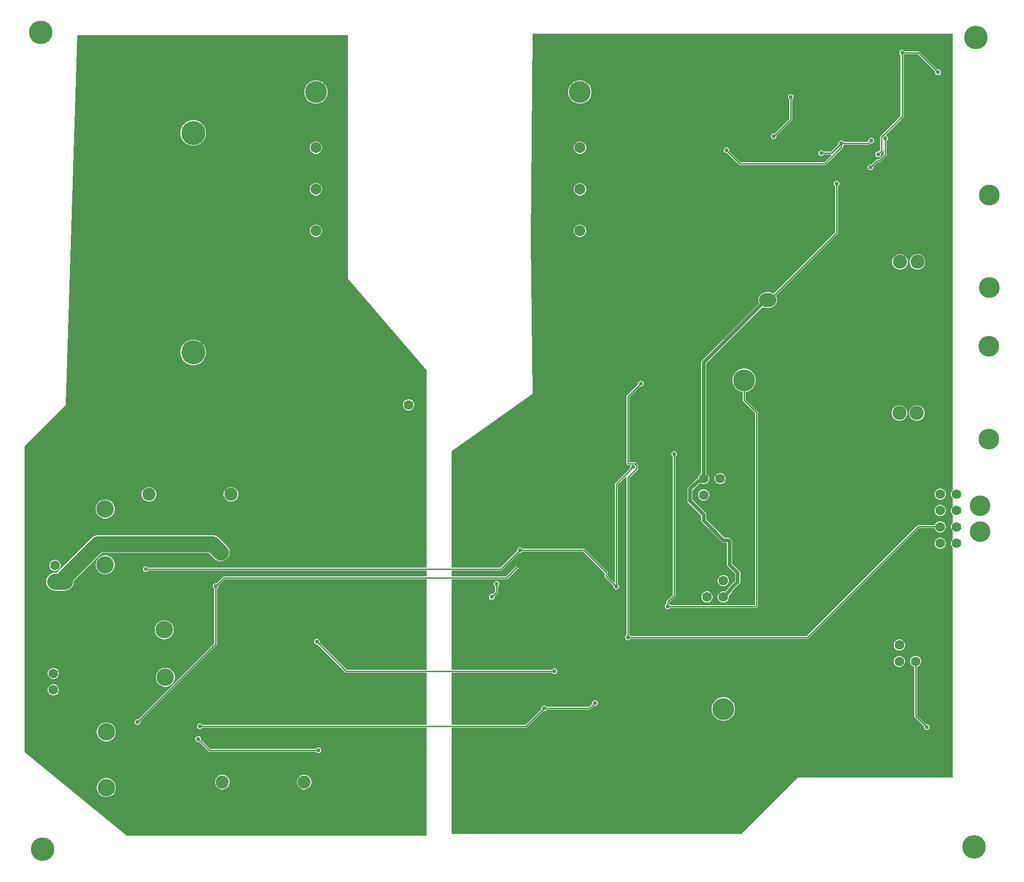
<source format=gbl>
G04*
G04 #@! TF.GenerationSoftware,Altium Limited,Altium Designer,21.7.2 (23)*
G04*
G04 Layer_Physical_Order=2*
G04 Layer_Color=16711680*
%FSLAX25Y25*%
%MOIN*%
G70*
G04*
G04 #@! TF.SameCoordinates,1753F5FE-5082-4D15-9E76-917EA7E0E8BB*
G04*
G04*
G04 #@! TF.FilePolarity,Positive*
G04*
G01*
G75*
%ADD12C,0.01000*%
%ADD17C,0.03000*%
%ADD77C,0.10000*%
%ADD78C,0.11811*%
%ADD80C,0.02500*%
%ADD92C,0.15748*%
%ADD93C,0.07000*%
%ADD94C,0.10158*%
%ADD95C,0.15000*%
%ADD96C,0.07874*%
%ADD97C,0.12598*%
%ADD98C,0.09449*%
%ADD99C,0.17323*%
%ADD100C,0.14800*%
%ADD101C,0.16929*%
G36*
X241339Y-203150D02*
X297889Y-269291D01*
Y-411579D01*
X97412D01*
X97365Y-411466D01*
X96802Y-410903D01*
X96067Y-410598D01*
X95271D01*
X94536Y-410903D01*
X93974Y-411466D01*
X93669Y-412201D01*
Y-412996D01*
X93974Y-413731D01*
X94536Y-414294D01*
X95271Y-414598D01*
X96067D01*
X96802Y-414294D01*
X97365Y-413731D01*
X97412Y-413618D01*
X297889D01*
Y-417878D01*
X151969D01*
X151578Y-417956D01*
X151248Y-418177D01*
X146574Y-422850D01*
X146461Y-422803D01*
X145665D01*
X144930Y-423108D01*
X144368Y-423670D01*
X144063Y-424405D01*
Y-425201D01*
X144368Y-425936D01*
X144930Y-426499D01*
X145043Y-426546D01*
Y-466113D01*
X90275Y-520882D01*
X90162Y-520835D01*
X89366D01*
X88631Y-521139D01*
X88068Y-521702D01*
X87764Y-522437D01*
Y-523233D01*
X88068Y-523968D01*
X88631Y-524530D01*
X89366Y-524835D01*
X90162D01*
X90897Y-524530D01*
X91459Y-523968D01*
X91764Y-523233D01*
Y-522437D01*
X91717Y-522324D01*
X146784Y-467256D01*
X147005Y-466926D01*
X147083Y-466535D01*
Y-426546D01*
X147196Y-426499D01*
X147758Y-425936D01*
X148063Y-425201D01*
Y-424405D01*
X148016Y-424292D01*
X152391Y-419917D01*
X297889D01*
Y-485201D01*
X240580D01*
X220851Y-465472D01*
X220898Y-465358D01*
Y-464563D01*
X220593Y-463828D01*
X220030Y-463265D01*
X219296Y-462961D01*
X218500D01*
X217765Y-463265D01*
X217202Y-463828D01*
X216898Y-464563D01*
Y-465358D01*
X217202Y-466093D01*
X217765Y-466656D01*
X218500Y-466961D01*
X219296D01*
X219409Y-466914D01*
X239437Y-486941D01*
X239767Y-487162D01*
X240158Y-487240D01*
X297889D01*
Y-524965D01*
X136388D01*
X136341Y-524851D01*
X135779Y-524289D01*
X135044Y-523984D01*
X134248D01*
X133513Y-524289D01*
X132950Y-524851D01*
X132646Y-525586D01*
Y-526382D01*
X132950Y-527117D01*
X133513Y-527680D01*
X134248Y-527984D01*
X135044D01*
X135779Y-527680D01*
X136341Y-527117D01*
X136388Y-527004D01*
X297889D01*
Y-604724D01*
X81890D01*
X8268Y-544488D01*
Y-324016D01*
X38189Y-294094D01*
X46457Y-27559D01*
X241339D01*
Y-203150D01*
D02*
G37*
G36*
X677165Y-31890D02*
Y-53937D01*
Y-66929D01*
Y-355561D01*
X676650Y-356077D01*
X676123Y-356989D01*
X675850Y-358007D01*
Y-359060D01*
X676123Y-360077D01*
X676650Y-360989D01*
X677165Y-361505D01*
Y-367361D01*
X676650Y-367877D01*
X676123Y-368789D01*
X675850Y-369807D01*
Y-370860D01*
X676123Y-371877D01*
X676650Y-372789D01*
X677165Y-373305D01*
Y-379161D01*
X676650Y-379677D01*
X676123Y-380589D01*
X675850Y-381607D01*
Y-382660D01*
X676123Y-383677D01*
X676650Y-384589D01*
X677165Y-385105D01*
Y-390961D01*
X676650Y-391477D01*
X676123Y-392389D01*
X675850Y-393407D01*
Y-394460D01*
X676123Y-395477D01*
X676650Y-396389D01*
X677165Y-396905D01*
Y-441339D01*
Y-465354D01*
Y-562992D01*
X565354D01*
X524803Y-603543D01*
X316142D01*
Y-527004D01*
X369685D01*
X370075Y-526926D01*
X370406Y-526705D01*
X382166Y-514945D01*
X382279Y-514992D01*
X383075D01*
X383810Y-514688D01*
X384373Y-514125D01*
X384420Y-514012D01*
X415354D01*
X415744Y-513934D01*
X416075Y-513713D01*
X418780Y-511008D01*
X418893Y-511055D01*
X419689D01*
X420424Y-510751D01*
X420987Y-510188D01*
X421291Y-509453D01*
Y-508657D01*
X420987Y-507922D01*
X420424Y-507360D01*
X419689Y-507055D01*
X418893D01*
X418158Y-507360D01*
X417596Y-507922D01*
X417291Y-508657D01*
Y-509453D01*
X417338Y-509566D01*
X414932Y-511973D01*
X384420D01*
X384373Y-511859D01*
X383810Y-511297D01*
X383075Y-510992D01*
X382279D01*
X381544Y-511297D01*
X380982Y-511859D01*
X380677Y-512594D01*
Y-513390D01*
X380724Y-513503D01*
X369263Y-524965D01*
X316142D01*
Y-487240D01*
X388415D01*
X388462Y-487353D01*
X389025Y-487916D01*
X389760Y-488221D01*
X390555D01*
X391290Y-487916D01*
X391853Y-487353D01*
X392158Y-486618D01*
Y-485823D01*
X391853Y-485088D01*
X391290Y-484525D01*
X390555Y-484221D01*
X389760D01*
X389025Y-484525D01*
X388462Y-485088D01*
X388415Y-485201D01*
X316142D01*
Y-452362D01*
Y-445669D01*
Y-419917D01*
X355512D01*
X355902Y-419840D01*
X356233Y-419619D01*
X364894Y-410957D01*
X365115Y-410626D01*
X365193Y-410236D01*
X365115Y-409846D01*
X364894Y-409515D01*
X364563Y-409294D01*
X364173Y-409217D01*
X363783Y-409294D01*
X363452Y-409515D01*
X355089Y-417878D01*
X316142D01*
Y-413618D01*
X351575D01*
X351965Y-413540D01*
X352296Y-413319D01*
X364843Y-400772D01*
X364956Y-400819D01*
X365752D01*
X366487Y-400514D01*
X367050Y-399952D01*
X367097Y-399838D01*
X410827D01*
X426347Y-415359D01*
Y-417918D01*
X426425Y-418308D01*
X426646Y-418639D01*
X432693Y-424686D01*
X432646Y-424799D01*
Y-425595D01*
X432950Y-426330D01*
X433513Y-426892D01*
X434248Y-427197D01*
X435043D01*
X435779Y-426892D01*
X436341Y-426330D01*
X436646Y-425595D01*
Y-424799D01*
X436341Y-424064D01*
X435779Y-423501D01*
X435665Y-423454D01*
Y-351603D01*
X441692Y-345576D01*
X442081Y-345895D01*
X441971Y-346059D01*
X441894Y-346449D01*
Y-460069D01*
X441781Y-460115D01*
X441218Y-460678D01*
X440913Y-461413D01*
Y-462209D01*
X441218Y-462944D01*
X441781Y-463507D01*
X442516Y-463811D01*
X443311D01*
X444046Y-463507D01*
X444609Y-462944D01*
X444656Y-462831D01*
X572231D01*
X572621Y-462753D01*
X572952Y-462532D01*
X652725Y-382759D01*
X664077D01*
X664323Y-383677D01*
X664850Y-384589D01*
X665594Y-385334D01*
X666506Y-385860D01*
X667524Y-386133D01*
X668577D01*
X669594Y-385860D01*
X670506Y-385334D01*
X671251Y-384589D01*
X671778Y-383677D01*
X672050Y-382660D01*
Y-381607D01*
X671778Y-380589D01*
X671251Y-379677D01*
X670506Y-378932D01*
X669594Y-378406D01*
X668577Y-378133D01*
X667524D01*
X666506Y-378406D01*
X665594Y-378932D01*
X664850Y-379677D01*
X664323Y-380589D01*
X664288Y-380720D01*
X652302D01*
X651912Y-380797D01*
X651581Y-381018D01*
X571808Y-460791D01*
X444656D01*
X444609Y-460678D01*
X444046Y-460115D01*
X443933Y-460069D01*
Y-346871D01*
X450071Y-340733D01*
X450292Y-340402D01*
X450370Y-340012D01*
Y-337941D01*
X450292Y-337551D01*
X450071Y-337220D01*
X448607Y-335755D01*
X448276Y-335534D01*
X447886Y-335457D01*
X443933D01*
Y-288611D01*
X451851Y-280693D01*
X451964Y-280740D01*
X452760D01*
X453495Y-280436D01*
X454058Y-279873D01*
X454362Y-279138D01*
Y-278342D01*
X454058Y-277607D01*
X453495Y-277045D01*
X452760Y-276740D01*
X451964D01*
X451229Y-277045D01*
X450667Y-277607D01*
X450362Y-278342D01*
Y-279138D01*
X450409Y-279251D01*
X442192Y-287468D01*
X441971Y-287799D01*
X441894Y-288189D01*
Y-335891D01*
X441971Y-336281D01*
X442192Y-336612D01*
X442778Y-337197D01*
X443109Y-337418D01*
X443499Y-337496D01*
X444849D01*
X445092Y-337996D01*
X444850Y-338579D01*
Y-339374D01*
X444897Y-339488D01*
X433925Y-350460D01*
X433704Y-350791D01*
X433626Y-351181D01*
Y-422082D01*
X433164Y-422273D01*
X428386Y-417496D01*
Y-414937D01*
X428309Y-414546D01*
X428088Y-414216D01*
X411970Y-398098D01*
X411639Y-397877D01*
X411249Y-397799D01*
X367097D01*
X367050Y-397686D01*
X366487Y-397123D01*
X365752Y-396819D01*
X364956D01*
X364221Y-397123D01*
X363659Y-397686D01*
X363354Y-398421D01*
Y-399217D01*
X363401Y-399330D01*
X351152Y-411579D01*
X316142D01*
Y-330709D01*
Y-327559D01*
X374410Y-286221D01*
X372886Y-175020D01*
X374410Y-26509D01*
X677165D01*
Y-31890D01*
D02*
G37*
%LPC*%
G36*
X219132Y-60209D02*
X217482D01*
X215864Y-60531D01*
X214340Y-61162D01*
X212969Y-62078D01*
X211803Y-63245D01*
X210886Y-64616D01*
X210255Y-66140D01*
X209933Y-67758D01*
Y-69407D01*
X210255Y-71025D01*
X210886Y-72549D01*
X211803Y-73921D01*
X212969Y-75087D01*
X214340Y-76004D01*
X215864Y-76635D01*
X217482Y-76957D01*
X219132D01*
X220750Y-76635D01*
X222274Y-76004D01*
X223645Y-75087D01*
X224812Y-73921D01*
X225728Y-72549D01*
X226359Y-71025D01*
X226681Y-69407D01*
Y-67758D01*
X226359Y-66140D01*
X225728Y-64616D01*
X224812Y-63245D01*
X223645Y-62078D01*
X222274Y-61162D01*
X220750Y-60531D01*
X219132Y-60209D01*
D02*
G37*
G36*
X130824Y-88870D02*
X129019D01*
X127249Y-89222D01*
X125582Y-89913D01*
X124081Y-90915D01*
X122805Y-92191D01*
X121802Y-93692D01*
X121112Y-95359D01*
X120760Y-97129D01*
Y-98934D01*
X121112Y-100704D01*
X121802Y-102371D01*
X122805Y-103872D01*
X124081Y-105148D01*
X125582Y-106150D01*
X127249Y-106841D01*
X129019Y-107193D01*
X130824D01*
X132594Y-106841D01*
X134261Y-106150D01*
X135761Y-105148D01*
X137037Y-103872D01*
X138040Y-102371D01*
X138731Y-100704D01*
X139083Y-98934D01*
Y-97129D01*
X138731Y-95359D01*
X138040Y-93692D01*
X137037Y-92191D01*
X135761Y-90915D01*
X134261Y-89913D01*
X132594Y-89222D01*
X130824Y-88870D01*
D02*
G37*
G36*
X218891Y-104146D02*
X217723D01*
X216595Y-104448D01*
X215583Y-105032D01*
X214757Y-105858D01*
X214172Y-106870D01*
X213870Y-107999D01*
Y-109167D01*
X214172Y-110295D01*
X214757Y-111307D01*
X215583Y-112133D01*
X216595Y-112717D01*
X217723Y-113020D01*
X218891D01*
X220020Y-112717D01*
X221031Y-112133D01*
X221858Y-111307D01*
X222442Y-110295D01*
X222744Y-109167D01*
Y-107999D01*
X222442Y-106870D01*
X221858Y-105858D01*
X221031Y-105032D01*
X220020Y-104448D01*
X218891Y-104146D01*
D02*
G37*
G36*
Y-134146D02*
X217723D01*
X216595Y-134448D01*
X215583Y-135032D01*
X214757Y-135858D01*
X214172Y-136870D01*
X213870Y-137998D01*
Y-139167D01*
X214172Y-140295D01*
X214757Y-141307D01*
X215583Y-142133D01*
X216595Y-142717D01*
X217723Y-143020D01*
X218891D01*
X220020Y-142717D01*
X221031Y-142133D01*
X221858Y-141307D01*
X222442Y-140295D01*
X222744Y-139167D01*
Y-137998D01*
X222442Y-136870D01*
X221858Y-135858D01*
X221031Y-135032D01*
X220020Y-134448D01*
X218891Y-134146D01*
D02*
G37*
G36*
Y-164146D02*
X217723D01*
X216595Y-164448D01*
X215583Y-165032D01*
X214757Y-165858D01*
X214172Y-166870D01*
X213870Y-167999D01*
Y-169167D01*
X214172Y-170295D01*
X214757Y-171307D01*
X215583Y-172133D01*
X216595Y-172717D01*
X217723Y-173020D01*
X218891D01*
X220020Y-172717D01*
X221031Y-172133D01*
X221858Y-171307D01*
X222442Y-170295D01*
X222744Y-169167D01*
Y-167999D01*
X222442Y-166870D01*
X221858Y-165858D01*
X221031Y-165032D01*
X220020Y-164448D01*
X218891Y-164146D01*
D02*
G37*
G36*
X130824Y-247138D02*
X129019D01*
X127249Y-247490D01*
X125582Y-248181D01*
X124081Y-249183D01*
X122805Y-250459D01*
X121802Y-251960D01*
X121112Y-253627D01*
X120760Y-255397D01*
Y-257202D01*
X121112Y-258972D01*
X121802Y-260639D01*
X122805Y-262139D01*
X124081Y-263415D01*
X125582Y-264418D01*
X127249Y-265109D01*
X129019Y-265461D01*
X130824D01*
X132594Y-265109D01*
X134261Y-264418D01*
X135761Y-263415D01*
X137037Y-262139D01*
X138040Y-260639D01*
X138731Y-258972D01*
X139083Y-257202D01*
Y-255397D01*
X138731Y-253627D01*
X138040Y-251960D01*
X137037Y-250459D01*
X135761Y-249183D01*
X134261Y-248181D01*
X132594Y-247490D01*
X130824Y-247138D01*
D02*
G37*
G36*
X285566Y-290094D02*
X284513D01*
X283495Y-290367D01*
X282583Y-290894D01*
X281839Y-291638D01*
X281312Y-292551D01*
X281039Y-293568D01*
Y-294621D01*
X281312Y-295638D01*
X281839Y-296551D01*
X282583Y-297295D01*
X283495Y-297822D01*
X284513Y-298095D01*
X285566D01*
X286583Y-297822D01*
X287495Y-297295D01*
X288240Y-296551D01*
X288767Y-295638D01*
X289039Y-294621D01*
Y-293568D01*
X288767Y-292551D01*
X288240Y-291638D01*
X287495Y-290894D01*
X286583Y-290367D01*
X285566Y-290094D01*
D02*
G37*
G36*
X157774Y-353437D02*
X156399D01*
X155070Y-353793D01*
X153879Y-354481D01*
X152906Y-355454D01*
X152218Y-356645D01*
X151862Y-357974D01*
Y-359349D01*
X152218Y-360678D01*
X152906Y-361869D01*
X153879Y-362842D01*
X155070Y-363530D01*
X156399Y-363886D01*
X157774D01*
X159103Y-363530D01*
X160294Y-362842D01*
X161267Y-361869D01*
X161955Y-360678D01*
X162311Y-359349D01*
Y-357974D01*
X161955Y-356645D01*
X161267Y-355454D01*
X160294Y-354481D01*
X159103Y-353793D01*
X157774Y-353437D01*
D02*
G37*
G36*
X98719D02*
X97344D01*
X96015Y-353793D01*
X94824Y-354481D01*
X93851Y-355454D01*
X93163Y-356645D01*
X92807Y-357974D01*
Y-359349D01*
X93163Y-360678D01*
X93851Y-361869D01*
X94824Y-362842D01*
X96015Y-363530D01*
X97344Y-363886D01*
X98719D01*
X100048Y-363530D01*
X101239Y-362842D01*
X102212Y-361869D01*
X102900Y-360678D01*
X103256Y-359349D01*
Y-357974D01*
X102900Y-356645D01*
X102212Y-355454D01*
X101239Y-354481D01*
X100048Y-353793D01*
X98719Y-353437D01*
D02*
G37*
G36*
X67205Y-362492D02*
X65866D01*
X64552Y-362753D01*
X63315Y-363266D01*
X62201Y-364010D01*
X61254Y-364957D01*
X60510Y-366071D01*
X59997Y-367308D01*
X59736Y-368622D01*
Y-369961D01*
X59997Y-371275D01*
X60510Y-372512D01*
X61254Y-373626D01*
X62201Y-374573D01*
X63315Y-375317D01*
X64552Y-375829D01*
X65866Y-376091D01*
X67205D01*
X68519Y-375829D01*
X69756Y-375317D01*
X70870Y-374573D01*
X71817Y-373626D01*
X72561Y-372512D01*
X73073Y-371275D01*
X73335Y-369961D01*
Y-368622D01*
X73073Y-367308D01*
X72561Y-366071D01*
X71817Y-364957D01*
X70870Y-364010D01*
X69756Y-363266D01*
X68519Y-362753D01*
X67205Y-362492D01*
D02*
G37*
G36*
X143701Y-388052D02*
X61417D01*
X60162Y-388175D01*
X58954Y-388542D01*
X57841Y-389136D01*
X56866Y-389937D01*
X32850Y-413953D01*
X32050Y-414928D01*
X31895Y-415217D01*
X30315D01*
X29059Y-415341D01*
X27852Y-415707D01*
X26739Y-416302D01*
X25764Y-417102D01*
X24963Y-418078D01*
X24368Y-419190D01*
X24002Y-420398D01*
X23878Y-421654D01*
X24002Y-422909D01*
X24368Y-424117D01*
X24963Y-425230D01*
X25764Y-426205D01*
X26739Y-427005D01*
X27852Y-427600D01*
X29059Y-427966D01*
X30315Y-428090D01*
X37402D01*
X38657Y-427966D01*
X39865Y-427600D01*
X40977Y-427005D01*
X41953Y-426205D01*
X42753Y-425230D01*
X43348Y-424117D01*
X43714Y-422909D01*
X43838Y-421654D01*
Y-421170D01*
X64083Y-400925D01*
X141035D01*
X145055Y-404945D01*
X146030Y-405745D01*
X147143Y-406340D01*
X148351Y-406706D01*
X149606Y-406830D01*
X150862Y-406706D01*
X152069Y-406340D01*
X153182Y-405745D01*
X154158Y-404945D01*
X154958Y-403970D01*
X155553Y-402857D01*
X155919Y-401649D01*
X156043Y-400394D01*
X155919Y-399138D01*
X155553Y-397931D01*
X154958Y-396818D01*
X154158Y-395842D01*
X148252Y-389937D01*
X147277Y-389136D01*
X146164Y-388542D01*
X144957Y-388175D01*
X143701Y-388052D01*
D02*
G37*
G36*
X30842Y-405842D02*
X29788D01*
X28771Y-406115D01*
X27859Y-406642D01*
X27114Y-407386D01*
X26588Y-408299D01*
X26315Y-409316D01*
Y-410369D01*
X26588Y-411386D01*
X27114Y-412299D01*
X27859Y-413043D01*
X28771Y-413570D01*
X29788Y-413842D01*
X30842D01*
X31859Y-413570D01*
X32771Y-413043D01*
X33516Y-412299D01*
X34042Y-411386D01*
X34315Y-410369D01*
Y-409316D01*
X34042Y-408299D01*
X33516Y-407386D01*
X32771Y-406642D01*
X31859Y-406115D01*
X30842Y-405842D01*
D02*
G37*
G36*
X67205Y-402650D02*
X65866D01*
X64552Y-402911D01*
X63315Y-403423D01*
X62201Y-404168D01*
X61254Y-405115D01*
X60510Y-406228D01*
X59997Y-407466D01*
X59736Y-408779D01*
Y-410118D01*
X59997Y-411432D01*
X60510Y-412669D01*
X61254Y-413783D01*
X62201Y-414730D01*
X63315Y-415474D01*
X64552Y-415987D01*
X65866Y-416248D01*
X67205D01*
X68519Y-415987D01*
X69756Y-415474D01*
X70870Y-414730D01*
X71817Y-413783D01*
X72561Y-412669D01*
X73073Y-411432D01*
X73335Y-410118D01*
Y-408779D01*
X73073Y-407466D01*
X72561Y-406228D01*
X71817Y-405115D01*
X70870Y-404168D01*
X69756Y-403423D01*
X68519Y-402911D01*
X67205Y-402650D01*
D02*
G37*
G36*
X109725Y-449500D02*
X108386D01*
X107072Y-449761D01*
X105834Y-450274D01*
X104721Y-451018D01*
X103774Y-451965D01*
X103030Y-453079D01*
X102517Y-454316D01*
X102256Y-455630D01*
Y-456969D01*
X102517Y-458283D01*
X103030Y-459520D01*
X103774Y-460633D01*
X104721Y-461581D01*
X105834Y-462325D01*
X107072Y-462837D01*
X108386Y-463098D01*
X109725D01*
X111038Y-462837D01*
X112276Y-462325D01*
X113389Y-461581D01*
X114336Y-460633D01*
X115080Y-459520D01*
X115593Y-458283D01*
X115854Y-456969D01*
Y-455630D01*
X115593Y-454316D01*
X115080Y-453079D01*
X114336Y-451965D01*
X113389Y-451018D01*
X112276Y-450274D01*
X111038Y-449761D01*
X109725Y-449500D01*
D02*
G37*
G36*
X29660Y-483795D02*
X28607D01*
X27590Y-484068D01*
X26678Y-484594D01*
X25933Y-485339D01*
X25407Y-486251D01*
X25134Y-487269D01*
Y-488322D01*
X25407Y-489339D01*
X25933Y-490251D01*
X26678Y-490996D01*
X27590Y-491523D01*
X28607Y-491795D01*
X29660D01*
X30678Y-491523D01*
X31590Y-490996D01*
X32335Y-490251D01*
X32861Y-489339D01*
X33134Y-488322D01*
Y-487269D01*
X32861Y-486251D01*
X32335Y-485339D01*
X31590Y-484594D01*
X30678Y-484068D01*
X29660Y-483795D01*
D02*
G37*
G36*
X110512Y-483752D02*
X109173D01*
X107859Y-484013D01*
X106622Y-484526D01*
X105508Y-485270D01*
X104561Y-486217D01*
X103817Y-487331D01*
X103305Y-488568D01*
X103043Y-489882D01*
Y-491221D01*
X103305Y-492534D01*
X103817Y-493772D01*
X104561Y-494885D01*
X105508Y-495832D01*
X106622Y-496577D01*
X107859Y-497089D01*
X109173Y-497350D01*
X110512D01*
X111826Y-497089D01*
X113063Y-496577D01*
X114177Y-495832D01*
X115124Y-494885D01*
X115868Y-493772D01*
X116380Y-492534D01*
X116642Y-491221D01*
Y-489882D01*
X116380Y-488568D01*
X115868Y-487331D01*
X115124Y-486217D01*
X114177Y-485270D01*
X113063Y-484526D01*
X111826Y-484013D01*
X110512Y-483752D01*
D02*
G37*
G36*
X29660Y-495606D02*
X28607D01*
X27590Y-495879D01*
X26678Y-496406D01*
X25933Y-497150D01*
X25407Y-498062D01*
X25134Y-499080D01*
Y-500133D01*
X25407Y-501150D01*
X25933Y-502062D01*
X26678Y-502807D01*
X27590Y-503334D01*
X28607Y-503606D01*
X29660D01*
X30678Y-503334D01*
X31590Y-502807D01*
X32335Y-502062D01*
X32861Y-501150D01*
X33134Y-500133D01*
Y-499080D01*
X32861Y-498062D01*
X32335Y-497150D01*
X31590Y-496406D01*
X30678Y-495879D01*
X29660Y-495606D01*
D02*
G37*
G36*
X67993Y-523122D02*
X66653D01*
X65340Y-523383D01*
X64102Y-523896D01*
X62989Y-524640D01*
X62041Y-525587D01*
X61298Y-526701D01*
X60785Y-527938D01*
X60524Y-529252D01*
Y-530591D01*
X60785Y-531905D01*
X61298Y-533142D01*
X62041Y-534256D01*
X62989Y-535203D01*
X64102Y-535947D01*
X65340Y-536459D01*
X66653Y-536721D01*
X67993D01*
X69306Y-536459D01*
X70543Y-535947D01*
X71657Y-535203D01*
X72604Y-534256D01*
X73348Y-533142D01*
X73861Y-531905D01*
X74122Y-530591D01*
Y-529252D01*
X73861Y-527938D01*
X73348Y-526701D01*
X72604Y-525587D01*
X71657Y-524640D01*
X70543Y-523896D01*
X69306Y-523383D01*
X67993Y-523122D01*
D02*
G37*
G36*
X133862Y-533039D02*
X133067D01*
X132332Y-533344D01*
X131769Y-533907D01*
X131465Y-534642D01*
Y-535437D01*
X131769Y-536172D01*
X132332Y-536735D01*
X133067Y-537039D01*
X133862D01*
X133976Y-536992D01*
X141011Y-544028D01*
X141342Y-544249D01*
X141732Y-544327D01*
X218336D01*
X218383Y-544440D01*
X218946Y-545003D01*
X219681Y-545307D01*
X220477D01*
X221212Y-545003D01*
X221774Y-544440D01*
X222079Y-543705D01*
Y-542909D01*
X221774Y-542174D01*
X221212Y-541612D01*
X220477Y-541307D01*
X219681D01*
X218946Y-541612D01*
X218383Y-542174D01*
X218336Y-542287D01*
X142155D01*
X135418Y-535550D01*
X135465Y-535437D01*
Y-534642D01*
X135160Y-533907D01*
X134598Y-533344D01*
X133862Y-533039D01*
D02*
G37*
G36*
X210530Y-560917D02*
X209155D01*
X207826Y-561273D01*
X206635Y-561961D01*
X205662Y-562934D01*
X204974Y-564125D01*
X204618Y-565454D01*
Y-566829D01*
X204974Y-568158D01*
X205662Y-569350D01*
X206635Y-570322D01*
X207826Y-571010D01*
X209155Y-571366D01*
X210530D01*
X211859Y-571010D01*
X213050Y-570322D01*
X214023Y-569350D01*
X214711Y-568158D01*
X215067Y-566829D01*
Y-565454D01*
X214711Y-564125D01*
X214023Y-562934D01*
X213050Y-561961D01*
X211859Y-561273D01*
X210530Y-560917D01*
D02*
G37*
G36*
X151475D02*
X150100D01*
X148771Y-561273D01*
X147580Y-561961D01*
X146607Y-562934D01*
X145919Y-564125D01*
X145563Y-565454D01*
Y-566829D01*
X145919Y-568158D01*
X146607Y-569350D01*
X147580Y-570322D01*
X148771Y-571010D01*
X150100Y-571366D01*
X151475D01*
X152804Y-571010D01*
X153995Y-570322D01*
X154968Y-569350D01*
X155656Y-568158D01*
X156012Y-566829D01*
Y-565454D01*
X155656Y-564125D01*
X154968Y-562934D01*
X153995Y-561961D01*
X152804Y-561273D01*
X151475Y-560917D01*
D02*
G37*
G36*
X67993Y-563279D02*
X66653D01*
X65340Y-563541D01*
X64102Y-564053D01*
X62989Y-564797D01*
X62041Y-565744D01*
X61298Y-566858D01*
X60785Y-568095D01*
X60524Y-569409D01*
Y-570748D01*
X60785Y-572062D01*
X61298Y-573299D01*
X62041Y-574413D01*
X62989Y-575360D01*
X64102Y-576104D01*
X65340Y-576617D01*
X66653Y-576878D01*
X67993D01*
X69306Y-576617D01*
X70543Y-576104D01*
X71657Y-575360D01*
X72604Y-574413D01*
X73348Y-573299D01*
X73861Y-572062D01*
X74122Y-570748D01*
Y-569409D01*
X73861Y-568095D01*
X73348Y-566858D01*
X72604Y-565744D01*
X71657Y-564797D01*
X70543Y-564053D01*
X69306Y-563541D01*
X67993Y-563279D01*
D02*
G37*
G36*
X640949Y-38157D02*
X640153D01*
X639418Y-38462D01*
X638856Y-39025D01*
X638551Y-39760D01*
Y-40555D01*
X638856Y-41290D01*
X639418Y-41853D01*
X639532Y-41900D01*
Y-85806D01*
X625126Y-100212D01*
X624904Y-100543D01*
X624827Y-100933D01*
Y-110345D01*
X623739Y-111433D01*
X623626Y-111386D01*
X622830D01*
X622095Y-111690D01*
X621533Y-112253D01*
X621228Y-112988D01*
Y-113784D01*
X621533Y-114519D01*
X622095Y-115081D01*
X622830Y-115386D01*
X623626D01*
X624361Y-115081D01*
X624924Y-114519D01*
X625228Y-113784D01*
Y-112988D01*
X625181Y-112875D01*
X626567Y-111489D01*
X626788Y-111158D01*
X626827Y-110965D01*
X627327Y-111014D01*
Y-113502D01*
X623660Y-117169D01*
X622363D01*
X621973Y-117246D01*
X621642Y-117467D01*
X618228Y-120882D01*
X618114Y-120835D01*
X617319D01*
X616584Y-121139D01*
X616021Y-121702D01*
X615717Y-122437D01*
Y-123232D01*
X616021Y-123968D01*
X616584Y-124530D01*
X617319Y-124835D01*
X618114D01*
X618849Y-124530D01*
X619412Y-123968D01*
X619717Y-123232D01*
Y-122437D01*
X619670Y-122324D01*
X622785Y-119208D01*
X624083D01*
X624473Y-119130D01*
X624804Y-118909D01*
X629067Y-114646D01*
X629288Y-114315D01*
X629366Y-113925D01*
Y-103711D01*
X629479Y-103664D01*
X630042Y-103101D01*
X630346Y-102366D01*
Y-101571D01*
X630042Y-100836D01*
X629479Y-100273D01*
X628897Y-100032D01*
X628715Y-99507D01*
X641272Y-86949D01*
X641493Y-86618D01*
X641571Y-86228D01*
Y-41900D01*
X641684Y-41853D01*
X642247Y-41290D01*
X642294Y-41177D01*
X651940D01*
X664582Y-53820D01*
X664535Y-53933D01*
Y-54729D01*
X664840Y-55464D01*
X665403Y-56026D01*
X666138Y-56331D01*
X666933D01*
X667668Y-56026D01*
X668231Y-55464D01*
X668535Y-54729D01*
Y-53933D01*
X668231Y-53198D01*
X667668Y-52635D01*
X666933Y-52331D01*
X666138D01*
X666024Y-52378D01*
X653083Y-39437D01*
X652752Y-39215D01*
X652362Y-39138D01*
X642294D01*
X642247Y-39025D01*
X641684Y-38462D01*
X640949Y-38157D01*
D02*
G37*
G36*
X409289Y-60209D02*
X407640D01*
X406022Y-60531D01*
X404498Y-61162D01*
X403126Y-62078D01*
X401960Y-63245D01*
X401044Y-64616D01*
X400412Y-66140D01*
X400091Y-67758D01*
Y-69407D01*
X400412Y-71025D01*
X401044Y-72549D01*
X401960Y-73921D01*
X403126Y-75087D01*
X404498Y-76004D01*
X406022Y-76635D01*
X407640Y-76957D01*
X409289D01*
X410907Y-76635D01*
X412431Y-76004D01*
X413803Y-75087D01*
X414969Y-73921D01*
X415885Y-72549D01*
X416517Y-71025D01*
X416839Y-69407D01*
Y-67758D01*
X416517Y-66140D01*
X415885Y-64616D01*
X414969Y-63245D01*
X413803Y-62078D01*
X412431Y-61162D01*
X410907Y-60531D01*
X409289Y-60209D01*
D02*
G37*
G36*
X560634Y-70047D02*
X559838D01*
X559103Y-70352D01*
X558541Y-70914D01*
X558236Y-71649D01*
Y-72445D01*
X558541Y-73180D01*
X559103Y-73743D01*
X559217Y-73790D01*
Y-87767D01*
X548543Y-98441D01*
X548429Y-98394D01*
X547634D01*
X546899Y-98698D01*
X546336Y-99261D01*
X546032Y-99996D01*
Y-100792D01*
X546336Y-101527D01*
X546899Y-102089D01*
X547634Y-102394D01*
X548429D01*
X549164Y-102089D01*
X549727Y-101527D01*
X550032Y-100792D01*
Y-99996D01*
X549985Y-99883D01*
X560957Y-88910D01*
X561178Y-88579D01*
X561256Y-88189D01*
Y-73790D01*
X561369Y-73743D01*
X561932Y-73180D01*
X562236Y-72445D01*
Y-71649D01*
X561932Y-70914D01*
X561369Y-70352D01*
X560634Y-70047D01*
D02*
G37*
G36*
X618902Y-101543D02*
X618106D01*
X617371Y-101848D01*
X616808Y-102410D01*
X616504Y-103146D01*
Y-103796D01*
X615807Y-104492D01*
X598593D01*
X598546Y-104379D01*
X597983Y-103816D01*
X597248Y-103512D01*
X596453D01*
X595717Y-103816D01*
X595155Y-104379D01*
X594850Y-105114D01*
Y-105910D01*
X594897Y-106023D01*
X589341Y-111579D01*
X584026D01*
X583979Y-111466D01*
X583416Y-110903D01*
X582681Y-110598D01*
X581886D01*
X581151Y-110903D01*
X580588Y-111466D01*
X580283Y-112201D01*
Y-112996D01*
X580588Y-113731D01*
X581151Y-114294D01*
X581886Y-114598D01*
X582681D01*
X583416Y-114294D01*
X583979Y-113731D01*
X584026Y-113618D01*
X589351D01*
X589558Y-114118D01*
X584617Y-119059D01*
X524044D01*
X516126Y-111141D01*
X516173Y-111028D01*
Y-110232D01*
X515869Y-109497D01*
X515306Y-108934D01*
X514571Y-108630D01*
X513775D01*
X513040Y-108934D01*
X512478Y-109497D01*
X512173Y-110232D01*
Y-111028D01*
X512478Y-111763D01*
X513040Y-112325D01*
X513775Y-112630D01*
X514571D01*
X514684Y-112583D01*
X522901Y-120800D01*
X523232Y-121021D01*
X523622Y-121098D01*
X585039D01*
X585430Y-121021D01*
X585760Y-120800D01*
X597571Y-108989D01*
X597792Y-108658D01*
X597870Y-108268D01*
Y-107254D01*
X597983Y-107207D01*
X598546Y-106645D01*
X598593Y-106531D01*
X616230D01*
X616620Y-106454D01*
X616951Y-106233D01*
X617777Y-105407D01*
X618106Y-105543D01*
X618902D01*
X619637Y-105239D01*
X620199Y-104676D01*
X620504Y-103941D01*
Y-103146D01*
X620199Y-102410D01*
X619637Y-101848D01*
X618902Y-101543D01*
D02*
G37*
G36*
X409049Y-104146D02*
X407880D01*
X406752Y-104448D01*
X405740Y-105032D01*
X404914Y-105858D01*
X404330Y-106870D01*
X404028Y-107999D01*
Y-109167D01*
X404330Y-110295D01*
X404914Y-111307D01*
X405740Y-112133D01*
X406752Y-112717D01*
X407880Y-113020D01*
X409049D01*
X410177Y-112717D01*
X411189Y-112133D01*
X412015Y-111307D01*
X412599Y-110295D01*
X412902Y-109167D01*
Y-107999D01*
X412599Y-106870D01*
X412015Y-105858D01*
X411189Y-105032D01*
X410177Y-104448D01*
X409049Y-104146D01*
D02*
G37*
G36*
Y-134146D02*
X407880D01*
X406752Y-134448D01*
X405740Y-135032D01*
X404914Y-135858D01*
X404330Y-136870D01*
X404028Y-137998D01*
Y-139167D01*
X404330Y-140295D01*
X404914Y-141307D01*
X405740Y-142133D01*
X406752Y-142717D01*
X407880Y-143020D01*
X409049D01*
X410177Y-142717D01*
X411189Y-142133D01*
X412015Y-141307D01*
X412599Y-140295D01*
X412902Y-139167D01*
Y-137998D01*
X412599Y-136870D01*
X412015Y-135858D01*
X411189Y-135032D01*
X410177Y-134448D01*
X409049Y-134146D01*
D02*
G37*
G36*
Y-164146D02*
X407880D01*
X406752Y-164448D01*
X405740Y-165032D01*
X404914Y-165858D01*
X404330Y-166870D01*
X404028Y-167999D01*
Y-169167D01*
X404330Y-170295D01*
X404914Y-171307D01*
X405740Y-172133D01*
X406752Y-172717D01*
X407880Y-173020D01*
X409049D01*
X410177Y-172717D01*
X411189Y-172133D01*
X412015Y-171307D01*
X412599Y-170295D01*
X412902Y-169167D01*
Y-167999D01*
X412599Y-166870D01*
X412015Y-165858D01*
X411189Y-165032D01*
X410177Y-164448D01*
X409049Y-164146D01*
D02*
G37*
G36*
X652309Y-185366D02*
X650840D01*
X649422Y-185746D01*
X648149Y-186481D01*
X647111Y-187520D01*
X646376Y-188792D01*
X645996Y-190210D01*
Y-191679D01*
X646376Y-193098D01*
X647111Y-194370D01*
X648149Y-195409D01*
X649422Y-196143D01*
X650840Y-196524D01*
X652309D01*
X653728Y-196143D01*
X655000Y-195409D01*
X656039Y-194370D01*
X656773Y-193098D01*
X657154Y-191679D01*
Y-190210D01*
X656773Y-188792D01*
X656039Y-187520D01*
X655000Y-186481D01*
X653728Y-185746D01*
X652309Y-185366D01*
D02*
G37*
G36*
X639790D02*
X638321D01*
X636902Y-185746D01*
X635630Y-186481D01*
X634591Y-187520D01*
X633856Y-188792D01*
X633476Y-190210D01*
Y-191679D01*
X633856Y-193098D01*
X634591Y-194370D01*
X635630Y-195409D01*
X636902Y-196143D01*
X638321Y-196524D01*
X639790D01*
X641208Y-196143D01*
X642481Y-195409D01*
X643519Y-194370D01*
X644254Y-193098D01*
X644634Y-191679D01*
Y-190210D01*
X644254Y-188792D01*
X643519Y-187520D01*
X642481Y-186481D01*
X641208Y-185746D01*
X639790Y-185366D01*
D02*
G37*
G36*
X593705Y-132646D02*
X592909D01*
X592174Y-132950D01*
X591612Y-133513D01*
X591307Y-134248D01*
Y-135044D01*
X591612Y-135779D01*
X592174Y-136341D01*
X592287Y-136388D01*
Y-169656D01*
X547989Y-213955D01*
X547656Y-213700D01*
X546318Y-213145D01*
X544882Y-212957D01*
X544882Y-212957D01*
X542520D01*
X541084Y-213145D01*
X539746Y-213700D01*
X538597Y-214581D01*
X537715Y-215730D01*
X537161Y-217068D01*
X536972Y-218504D01*
X537161Y-219940D01*
X537571Y-220929D01*
X496387Y-262113D01*
X496000Y-262692D01*
X495864Y-263375D01*
Y-343667D01*
X495193Y-344054D01*
X494448Y-344799D01*
X493921Y-345711D01*
X493649Y-346728D01*
Y-347365D01*
X493546D01*
X492863Y-347501D01*
X492284Y-347888D01*
X492284Y-347888D01*
X486482Y-353691D01*
X486095Y-354269D01*
X485959Y-354952D01*
Y-363158D01*
X486095Y-363841D01*
X486482Y-364420D01*
X495864Y-373803D01*
Y-377570D01*
X496000Y-378253D01*
X496387Y-378832D01*
X510549Y-392994D01*
X510549Y-392994D01*
X511128Y-393381D01*
X511811Y-393517D01*
X514516D01*
Y-409448D01*
X514651Y-410131D01*
X515038Y-410710D01*
X520331Y-416003D01*
Y-421048D01*
X515425Y-425953D01*
X515039Y-426532D01*
X514910Y-427181D01*
X513184Y-428907D01*
X512327Y-428677D01*
X511273D01*
X510256Y-428950D01*
X509344Y-429476D01*
X508599Y-430221D01*
X508073Y-431133D01*
X507800Y-432151D01*
Y-433204D01*
X508073Y-434221D01*
X508599Y-435133D01*
X509344Y-435878D01*
X510256Y-436405D01*
X511273Y-436677D01*
X512327D01*
X513344Y-436405D01*
X514256Y-435878D01*
X515001Y-435133D01*
X515527Y-434221D01*
X515800Y-433204D01*
Y-432151D01*
X515628Y-431509D01*
X517949Y-429189D01*
X517949Y-429189D01*
X518336Y-428610D01*
X518465Y-427960D01*
X523377Y-423048D01*
X523764Y-422470D01*
X523899Y-421787D01*
Y-415264D01*
X523764Y-414581D01*
X523377Y-414002D01*
X523377Y-414002D01*
X518084Y-408709D01*
Y-392678D01*
X518084Y-392678D01*
X517948Y-391995D01*
X517562Y-391416D01*
X517562Y-391416D01*
X516616Y-390471D01*
X516037Y-390084D01*
X515354Y-389948D01*
X512550D01*
X499433Y-376831D01*
Y-373064D01*
X499433Y-373064D01*
X499297Y-372381D01*
X498911Y-371802D01*
X498911Y-371802D01*
X489528Y-362419D01*
Y-355691D01*
X494285Y-350934D01*
X495754D01*
X495952Y-350894D01*
X496105Y-350982D01*
X497122Y-351255D01*
X498175D01*
X499193Y-350982D01*
X500105Y-350456D01*
X500850Y-349711D01*
X501376Y-348799D01*
X501649Y-347782D01*
Y-346728D01*
X501376Y-345711D01*
X500850Y-344799D01*
X500105Y-344054D01*
X499433Y-343667D01*
Y-264114D01*
X540094Y-223452D01*
X541084Y-223862D01*
X542520Y-224051D01*
X544882D01*
X546318Y-223862D01*
X547656Y-223308D01*
X548805Y-222427D01*
X549686Y-221278D01*
X550240Y-219940D01*
X550429Y-218504D01*
X550240Y-217068D01*
X549686Y-215730D01*
X549431Y-215397D01*
X594028Y-170800D01*
X594249Y-170469D01*
X594327Y-170079D01*
Y-136388D01*
X594440Y-136341D01*
X595003Y-135779D01*
X595307Y-135044D01*
Y-134248D01*
X595003Y-133513D01*
X594440Y-132950D01*
X593705Y-132646D01*
D02*
G37*
G36*
X651916Y-294421D02*
X650447D01*
X649028Y-294801D01*
X647756Y-295536D01*
X646717Y-296575D01*
X645983Y-297847D01*
X645602Y-299266D01*
Y-300734D01*
X645983Y-302153D01*
X646717Y-303425D01*
X647756Y-304464D01*
X649028Y-305199D01*
X650447Y-305579D01*
X651916D01*
X653334Y-305199D01*
X654606Y-304464D01*
X655645Y-303425D01*
X656380Y-302153D01*
X656760Y-300734D01*
Y-299266D01*
X656380Y-297847D01*
X655645Y-296575D01*
X654606Y-295536D01*
X653334Y-294801D01*
X651916Y-294421D01*
D02*
G37*
G36*
X639396D02*
X637927D01*
X636508Y-294801D01*
X635236Y-295536D01*
X634197Y-296575D01*
X633463Y-297847D01*
X633083Y-299266D01*
Y-300734D01*
X633463Y-302153D01*
X634197Y-303425D01*
X635236Y-304464D01*
X636508Y-305199D01*
X637927Y-305579D01*
X639396D01*
X640815Y-305199D01*
X642087Y-304464D01*
X643125Y-303425D01*
X643860Y-302153D01*
X644240Y-300734D01*
Y-299266D01*
X643860Y-297847D01*
X643125Y-296575D01*
X642087Y-295536D01*
X640815Y-294801D01*
X639396Y-294421D01*
D02*
G37*
G36*
X509975Y-343255D02*
X508922D01*
X507905Y-343528D01*
X506993Y-344054D01*
X506248Y-344799D01*
X505721Y-345711D01*
X505449Y-346728D01*
Y-347782D01*
X505721Y-348799D01*
X506248Y-349711D01*
X506993Y-350456D01*
X507905Y-350982D01*
X508922Y-351255D01*
X509975D01*
X510993Y-350982D01*
X511905Y-350456D01*
X512650Y-349711D01*
X513176Y-348799D01*
X513449Y-347782D01*
Y-346728D01*
X513176Y-345711D01*
X512650Y-344799D01*
X511905Y-344054D01*
X510993Y-343528D01*
X509975Y-343255D01*
D02*
G37*
G36*
X668577Y-354533D02*
X667524D01*
X666506Y-354806D01*
X665594Y-355332D01*
X664850Y-356077D01*
X664323Y-356989D01*
X664050Y-358007D01*
Y-359060D01*
X664323Y-360077D01*
X664850Y-360989D01*
X665594Y-361734D01*
X666506Y-362261D01*
X667524Y-362533D01*
X668577D01*
X669594Y-362261D01*
X670506Y-361734D01*
X671251Y-360989D01*
X671778Y-360077D01*
X672050Y-359060D01*
Y-358007D01*
X671778Y-356989D01*
X671251Y-356077D01*
X670506Y-355332D01*
X669594Y-354806D01*
X668577Y-354533D01*
D02*
G37*
G36*
X498175Y-355055D02*
X497122D01*
X496105Y-355328D01*
X495193Y-355854D01*
X494448Y-356599D01*
X493921Y-357511D01*
X493649Y-358528D01*
Y-359582D01*
X493921Y-360599D01*
X494448Y-361511D01*
X495193Y-362256D01*
X496105Y-362783D01*
X497122Y-363055D01*
X498175D01*
X499193Y-362783D01*
X500105Y-362256D01*
X500850Y-361511D01*
X501376Y-360599D01*
X501649Y-359582D01*
Y-358528D01*
X501376Y-357511D01*
X500850Y-356599D01*
X500105Y-355854D01*
X499193Y-355328D01*
X498175Y-355055D01*
D02*
G37*
G36*
X668577Y-366333D02*
X667524D01*
X666506Y-366606D01*
X665594Y-367132D01*
X664850Y-367877D01*
X664323Y-368789D01*
X664050Y-369807D01*
Y-370860D01*
X664323Y-371877D01*
X664850Y-372789D01*
X665594Y-373534D01*
X666506Y-374061D01*
X667524Y-374333D01*
X668577D01*
X669594Y-374061D01*
X670506Y-373534D01*
X671251Y-372789D01*
X671778Y-371877D01*
X672050Y-370860D01*
Y-369807D01*
X671778Y-368789D01*
X671251Y-367877D01*
X670506Y-367132D01*
X669594Y-366606D01*
X668577Y-366333D01*
D02*
G37*
G36*
Y-389933D02*
X667524D01*
X666506Y-390206D01*
X665594Y-390732D01*
X664850Y-391477D01*
X664323Y-392389D01*
X664050Y-393407D01*
Y-394460D01*
X664323Y-395477D01*
X664850Y-396389D01*
X665594Y-397134D01*
X666506Y-397660D01*
X667524Y-397933D01*
X668577D01*
X669594Y-397660D01*
X670506Y-397134D01*
X671251Y-396389D01*
X671778Y-395477D01*
X672050Y-394460D01*
Y-393407D01*
X671778Y-392389D01*
X671251Y-391477D01*
X670506Y-390732D01*
X669594Y-390206D01*
X668577Y-389933D01*
D02*
G37*
G36*
X512327Y-416877D02*
X511273D01*
X510256Y-417150D01*
X509344Y-417676D01*
X508599Y-418421D01*
X508073Y-419333D01*
X507800Y-420351D01*
Y-421404D01*
X508073Y-422421D01*
X508599Y-423333D01*
X509344Y-424078D01*
X510256Y-424605D01*
X511273Y-424877D01*
X512327D01*
X513344Y-424605D01*
X514256Y-424078D01*
X515001Y-423333D01*
X515527Y-422421D01*
X515800Y-421404D01*
Y-420351D01*
X515527Y-419333D01*
X515001Y-418421D01*
X514256Y-417676D01*
X513344Y-417150D01*
X512327Y-416877D01*
D02*
G37*
G36*
X348823Y-421228D02*
X348027D01*
X347292Y-421533D01*
X346730Y-422095D01*
X346425Y-422830D01*
Y-423626D01*
X346730Y-424361D01*
X347292Y-424924D01*
X347406Y-424971D01*
Y-428712D01*
X345393Y-430724D01*
X345280Y-430677D01*
X344484D01*
X343749Y-430982D01*
X343186Y-431544D01*
X342882Y-432279D01*
Y-433075D01*
X343186Y-433810D01*
X343749Y-434373D01*
X344484Y-434677D01*
X345280D01*
X346015Y-434373D01*
X346577Y-433810D01*
X346882Y-433075D01*
Y-432279D01*
X346835Y-432166D01*
X349146Y-429855D01*
X349367Y-429524D01*
X349445Y-429134D01*
Y-424971D01*
X349558Y-424924D01*
X350121Y-424361D01*
X350425Y-423626D01*
Y-422830D01*
X350121Y-422095D01*
X349558Y-421533D01*
X348823Y-421228D01*
D02*
G37*
G36*
X500527Y-428677D02*
X499473D01*
X498456Y-428950D01*
X497544Y-429476D01*
X496799Y-430221D01*
X496273Y-431133D01*
X496000Y-432151D01*
Y-433204D01*
X496273Y-434221D01*
X496799Y-435133D01*
X497544Y-435878D01*
X498456Y-436405D01*
X499473Y-436677D01*
X500527D01*
X501544Y-436405D01*
X502456Y-435878D01*
X503201Y-435133D01*
X503727Y-434221D01*
X504000Y-433204D01*
Y-432151D01*
X503727Y-431133D01*
X503201Y-430221D01*
X502456Y-429476D01*
X501544Y-428950D01*
X500527Y-428677D01*
D02*
G37*
G36*
X527596Y-268004D02*
X525947D01*
X524329Y-268326D01*
X522805Y-268957D01*
X521433Y-269873D01*
X520267Y-271040D01*
X519351Y-272411D01*
X518719Y-273935D01*
X518398Y-275553D01*
Y-277203D01*
X518719Y-278821D01*
X519351Y-280345D01*
X520267Y-281716D01*
X521433Y-282882D01*
X522805Y-283799D01*
X524329Y-284430D01*
X525752Y-284713D01*
Y-290538D01*
X525830Y-290928D01*
X526051Y-291259D01*
X534626Y-299834D01*
Y-438362D01*
X534425Y-438563D01*
X473484D01*
X473349Y-438237D01*
X472786Y-437675D01*
X472673Y-437628D01*
Y-436643D01*
X477099Y-432217D01*
X477320Y-431886D01*
X477397Y-431496D01*
Y-331270D01*
X477511Y-331223D01*
X478074Y-330661D01*
X478378Y-329925D01*
Y-329130D01*
X478074Y-328395D01*
X477511Y-327832D01*
X476776Y-327528D01*
X475980D01*
X475245Y-327832D01*
X474682Y-328395D01*
X474378Y-329130D01*
Y-329925D01*
X474682Y-330661D01*
X475245Y-331223D01*
X475358Y-331270D01*
Y-431074D01*
X470933Y-435499D01*
X470712Y-435830D01*
X470634Y-436221D01*
Y-437628D01*
X470521Y-437675D01*
X469958Y-438237D01*
X469654Y-438972D01*
Y-439768D01*
X469958Y-440503D01*
X470521Y-441066D01*
X471256Y-441370D01*
X472051D01*
X472786Y-441066D01*
X473250Y-440602D01*
X534847D01*
X535238Y-440525D01*
X535568Y-440304D01*
X536367Y-439505D01*
X536588Y-439175D01*
X536665Y-438784D01*
Y-299412D01*
X536588Y-299022D01*
X536367Y-298691D01*
X527791Y-290116D01*
Y-284713D01*
X529214Y-284430D01*
X530738Y-283799D01*
X532110Y-282882D01*
X533276Y-281716D01*
X534193Y-280345D01*
X534824Y-278821D01*
X535146Y-277203D01*
Y-275553D01*
X534824Y-273935D01*
X534193Y-272411D01*
X533276Y-271040D01*
X532110Y-269873D01*
X530738Y-268957D01*
X529214Y-268326D01*
X527596Y-268004D01*
D02*
G37*
G36*
X639120Y-463323D02*
X638067D01*
X637050Y-463595D01*
X636138Y-464122D01*
X635393Y-464867D01*
X634866Y-465779D01*
X634594Y-466796D01*
Y-467849D01*
X634866Y-468867D01*
X635393Y-469779D01*
X636138Y-470524D01*
X637050Y-471050D01*
X638067Y-471323D01*
X639120D01*
X640138Y-471050D01*
X641050Y-470524D01*
X641794Y-469779D01*
X642321Y-468867D01*
X642594Y-467849D01*
Y-466796D01*
X642321Y-465779D01*
X641794Y-464867D01*
X641050Y-464122D01*
X640138Y-463595D01*
X639120Y-463323D01*
D02*
G37*
G36*
Y-475123D02*
X638067D01*
X637050Y-475395D01*
X636138Y-475922D01*
X635393Y-476667D01*
X634866Y-477579D01*
X634594Y-478596D01*
Y-479649D01*
X634866Y-480667D01*
X635393Y-481579D01*
X636138Y-482324D01*
X637050Y-482850D01*
X638067Y-483123D01*
X639120D01*
X640138Y-482850D01*
X641050Y-482324D01*
X641794Y-481579D01*
X642321Y-480667D01*
X642594Y-479649D01*
Y-478596D01*
X642321Y-477579D01*
X641794Y-476667D01*
X641050Y-475922D01*
X640138Y-475395D01*
X639120Y-475123D01*
D02*
G37*
G36*
X512636Y-505012D02*
X510986D01*
X509368Y-505334D01*
X507844Y-505965D01*
X506473Y-506881D01*
X505306Y-508048D01*
X504390Y-509419D01*
X503759Y-510943D01*
X503437Y-512561D01*
Y-514211D01*
X503759Y-515828D01*
X504390Y-517352D01*
X505306Y-518724D01*
X506473Y-519890D01*
X507844Y-520807D01*
X509368Y-521438D01*
X510986Y-521760D01*
X512636D01*
X514254Y-521438D01*
X515778Y-520807D01*
X517149Y-519890D01*
X518316Y-518724D01*
X519232Y-517352D01*
X519863Y-515828D01*
X520185Y-514211D01*
Y-512561D01*
X519863Y-510943D01*
X519232Y-509419D01*
X518316Y-508048D01*
X517149Y-506881D01*
X515778Y-505965D01*
X514254Y-505334D01*
X512636Y-505012D01*
D02*
G37*
G36*
X650920Y-475123D02*
X649867D01*
X648850Y-475395D01*
X647938Y-475922D01*
X647193Y-476667D01*
X646666Y-477579D01*
X646394Y-478596D01*
Y-479649D01*
X646666Y-480667D01*
X647193Y-481579D01*
X647938Y-482324D01*
X648850Y-482850D01*
X649374Y-482991D01*
Y-518504D01*
X649452Y-518894D01*
X649673Y-519225D01*
X656315Y-525867D01*
X656268Y-525980D01*
Y-526776D01*
X656572Y-527511D01*
X657135Y-528074D01*
X657870Y-528378D01*
X658666D01*
X659401Y-528074D01*
X659963Y-527511D01*
X660268Y-526776D01*
Y-525980D01*
X659963Y-525245D01*
X659401Y-524682D01*
X658666Y-524378D01*
X657870D01*
X657757Y-524425D01*
X651413Y-518082D01*
Y-482991D01*
X651938Y-482850D01*
X652850Y-482324D01*
X653594Y-481579D01*
X654121Y-480667D01*
X654394Y-479649D01*
Y-478596D01*
X654121Y-477579D01*
X653594Y-476667D01*
X652850Y-475922D01*
X651938Y-475395D01*
X650920Y-475123D01*
D02*
G37*
%LPD*%
D12*
X471654Y-439370D02*
Y-436221D01*
X476378Y-431496D01*
Y-329528D01*
X535646Y-438784D02*
Y-299412D01*
X526772Y-290538D02*
X535646Y-299412D01*
X534847Y-439583D02*
X535646Y-438784D01*
X622363Y-118188D02*
X624083D01*
X628346Y-113925D01*
X617717Y-122835D02*
X622363Y-118188D01*
X628346Y-113925D02*
Y-101969D01*
X623228Y-113386D02*
X625846Y-110768D01*
Y-100933D01*
X640551Y-40157D02*
X652362D01*
X666535Y-54331D01*
X625846Y-100933D02*
X640551Y-86228D01*
Y-40157D01*
X616230Y-105512D02*
X618198Y-103543D01*
X582283Y-112598D02*
X589764D01*
X596850Y-105512D01*
X365354Y-398819D02*
X411249D01*
X427367Y-417918D02*
X434646Y-425197D01*
X427367Y-417918D02*
Y-414937D01*
X411249Y-398819D02*
X427367Y-414937D01*
X442913Y-335891D02*
Y-288189D01*
Y-335891D02*
X443499Y-336476D01*
X447886D02*
X449350Y-337941D01*
X442913Y-346449D02*
X449350Y-340012D01*
X442913Y-288189D02*
X452362Y-278740D01*
X443499Y-336476D02*
X447886D01*
X449350Y-340012D02*
Y-337941D01*
X442913Y-461811D02*
Y-346449D01*
X434646Y-351181D02*
X446850Y-338976D01*
X434646Y-425197D02*
Y-351181D01*
X95669Y-412598D02*
X351575D01*
X471654Y-439370D02*
X471866Y-439583D01*
X534847D01*
X596850Y-105512D02*
X616230D01*
X593307Y-170079D02*
Y-134646D01*
X544882Y-218504D02*
X593307Y-170079D01*
X348425Y-429134D02*
Y-423228D01*
X344882Y-432677D02*
X348425Y-429134D01*
X355512Y-418898D02*
X364173Y-410236D01*
X151969Y-418898D02*
X355512D01*
X146063Y-424803D02*
X151969Y-418898D01*
X548032Y-100394D02*
X560236Y-88189D01*
Y-72047D01*
X523622Y-120079D02*
X585039D01*
X596850Y-108268D02*
Y-105512D01*
X585039Y-120079D02*
X596850Y-108268D01*
X514173Y-110630D02*
X523622Y-120079D01*
X141732Y-543307D02*
X220079D01*
X133465Y-535039D02*
X141732Y-543307D01*
X146063Y-466535D02*
Y-424803D01*
X89764Y-522835D02*
X146063Y-466535D01*
X134646Y-525984D02*
X369685D01*
X382677Y-512992D01*
X351575Y-412598D02*
X365354Y-398819D01*
X667657Y-381739D02*
X668050Y-382133D01*
X652302Y-381739D02*
X667657D01*
X526772Y-290538D02*
Y-276378D01*
X650394Y-518504D02*
Y-479123D01*
Y-518504D02*
X658268Y-526378D01*
X572231Y-461811D02*
X652302Y-381739D01*
X442913Y-461811D02*
X572231D01*
X382677Y-512992D02*
X415354D01*
X419291Y-509055D01*
X240158Y-486221D02*
X390158D01*
X218898Y-464961D02*
X240158Y-486221D01*
D17*
X461417Y-521654D02*
D03*
X476378Y-329528D02*
D03*
X546063Y-360630D02*
D03*
X617717Y-122835D02*
D03*
X623228Y-113386D02*
D03*
X666535Y-54331D02*
D03*
X618504Y-103543D02*
D03*
X628346Y-101969D02*
D03*
X512992Y-77953D02*
D03*
X461885Y-382366D02*
D03*
X445413Y-318110D02*
D03*
X446850Y-338976D02*
D03*
X448425Y-289370D02*
D03*
X95669Y-412598D02*
D03*
X540945Y-220079D02*
D03*
X541823Y-215445D02*
D03*
X149213Y-396063D02*
D03*
X149606Y-400394D02*
D03*
X146063Y-398819D02*
D03*
X146850Y-403150D02*
D03*
X640551Y-40157D02*
D03*
X344882Y-432677D02*
D03*
X348425Y-423228D02*
D03*
X363779Y-468504D02*
D03*
X548032Y-100394D02*
D03*
X560236Y-72047D02*
D03*
X482283Y-211811D02*
D03*
X582283Y-112598D02*
D03*
X596850Y-105512D02*
D03*
X581496Y-143701D02*
D03*
X593307Y-134646D02*
D03*
X514173Y-110630D02*
D03*
X583465Y-78740D02*
D03*
X542520Y-141732D02*
D03*
X171653Y-455118D02*
D03*
X265354Y-392126D02*
D03*
X133465Y-535039D02*
D03*
X220079Y-543307D02*
D03*
X89764Y-522835D02*
D03*
X146063Y-424803D02*
D03*
X134646Y-525984D02*
D03*
X248425Y-516535D02*
D03*
X206693Y-429528D02*
D03*
X365354Y-398819D02*
D03*
X434646Y-425197D02*
D03*
X471654Y-439370D02*
D03*
X658268Y-526378D02*
D03*
X544882Y-218504D02*
D03*
X452362Y-278740D02*
D03*
X442913Y-461811D02*
D03*
X374803Y-575197D02*
D03*
X382677Y-512992D02*
D03*
X419291Y-509055D02*
D03*
X390158Y-486221D02*
D03*
X218898Y-464961D02*
D03*
X656693Y-503543D02*
D03*
X457874Y-449606D02*
D03*
X561417Y-432283D02*
D03*
X557874Y-372835D02*
D03*
X411417Y-311417D02*
D03*
X414173Y-351181D02*
D03*
X383465Y-348031D02*
D03*
X382677Y-379921D02*
D03*
X364173Y-410236D02*
D03*
X400394Y-430709D02*
D03*
X457480Y-483858D02*
D03*
X405512Y-487008D02*
D03*
X373622Y-516535D02*
D03*
D77*
X544882Y-218504D02*
X544882Y-218504D01*
X542520Y-218504D02*
X544882D01*
D78*
X143701Y-394488D02*
X149606Y-400394D01*
X61417Y-394488D02*
X143701D01*
X37402Y-418504D02*
X61417Y-394488D01*
X37402Y-421654D02*
Y-418504D01*
X30315Y-421654D02*
X37402D01*
D80*
X511937Y-432677D02*
X516687Y-427927D01*
Y-427215D02*
X522115Y-421787D01*
X516687Y-427927D02*
Y-427215D01*
X511800Y-432677D02*
X511937D01*
X516300Y-409448D02*
Y-392678D01*
X511811Y-391732D02*
X515354D01*
X497649Y-377570D02*
X511811Y-391732D01*
X515354D02*
X516300Y-392678D01*
X497649Y-377570D02*
Y-373064D01*
X487743Y-363158D02*
Y-354952D01*
X495754Y-349150D02*
X497649Y-347255D01*
X493546Y-349150D02*
X495754D01*
X487743Y-363158D02*
X497649Y-373064D01*
X487743Y-354952D02*
X493546Y-349150D01*
X497649Y-263375D02*
X542520Y-218504D01*
X522115Y-421787D02*
Y-415264D01*
X516300Y-409448D02*
X522115Y-415264D01*
X497649Y-347255D02*
Y-263375D01*
D92*
X526772Y-305906D02*
D03*
Y-276378D02*
D03*
X218307Y-68583D02*
D03*
Y-208583D02*
D03*
X408465Y-68583D02*
D03*
Y-208583D02*
D03*
X511811Y-513386D02*
D03*
Y-483858D02*
D03*
D93*
X29134Y-499606D02*
D03*
Y-487795D02*
D03*
X497649Y-359055D02*
D03*
Y-347255D02*
D03*
X509449Y-359055D02*
D03*
Y-347255D02*
D03*
X511800Y-420877D02*
D03*
Y-432677D02*
D03*
X500000Y-420877D02*
D03*
Y-432677D02*
D03*
X285039Y-294094D02*
D03*
X273228D02*
D03*
X638594Y-467323D02*
D03*
X650394D02*
D03*
X638594Y-479123D02*
D03*
X650394D02*
D03*
X29921Y-355906D02*
D03*
Y-367717D02*
D03*
X30315Y-421654D02*
D03*
Y-409842D02*
D03*
X668050Y-370333D02*
D03*
Y-358533D02*
D03*
X679850D02*
D03*
Y-370333D02*
D03*
Y-393933D02*
D03*
Y-382133D02*
D03*
X668050D02*
D03*
Y-393933D02*
D03*
D94*
X651575Y-161445D02*
D03*
X639055Y-190945D02*
D03*
Y-161445D02*
D03*
X651575Y-190945D02*
D03*
X651181Y-300000D02*
D03*
X638661Y-270500D02*
D03*
Y-300000D02*
D03*
X651181Y-270500D02*
D03*
D95*
X703268Y-142744D02*
D03*
Y-209646D02*
D03*
X702874Y-318701D02*
D03*
Y-251799D02*
D03*
D96*
X218307Y-108583D02*
D03*
Y-138583D02*
D03*
Y-168583D02*
D03*
X408465Y-108583D02*
D03*
Y-138583D02*
D03*
Y-168583D02*
D03*
D97*
X109843Y-490551D02*
D03*
X69685D02*
D03*
X66535Y-409449D02*
D03*
Y-369291D02*
D03*
X67323Y-529921D02*
D03*
Y-570079D02*
D03*
X109055Y-456299D02*
D03*
X68898D02*
D03*
D98*
X157087Y-358661D02*
D03*
X98032D02*
D03*
X150787Y-566142D02*
D03*
X209842D02*
D03*
D99*
X90551Y-98032D02*
D03*
X129921D02*
D03*
X90551Y-256299D02*
D03*
X129921D02*
D03*
D100*
X696850Y-366933D02*
D03*
Y-385433D02*
D03*
D101*
X21260Y-614567D02*
D03*
X692520Y-612992D02*
D03*
X20079Y-25591D02*
D03*
X693701Y-29134D02*
D03*
M02*

</source>
